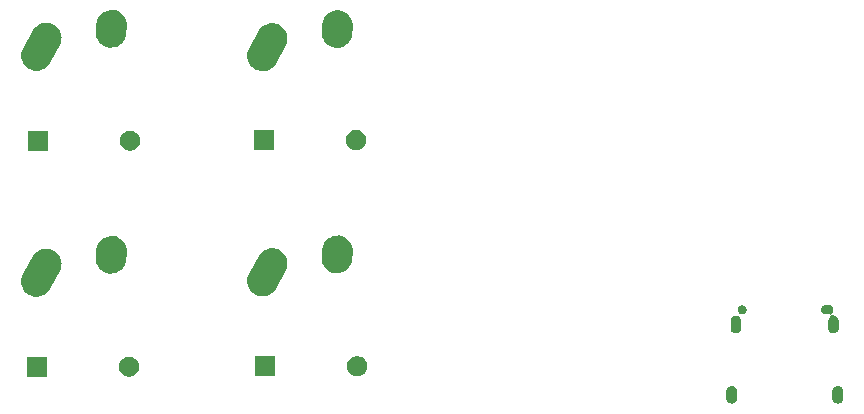
<source format=gbs>
G04 #@! TF.GenerationSoftware,KiCad,Pcbnew,5.1.4*
G04 #@! TF.CreationDate,2019-08-23T15:49:18-05:00*
G04 #@! TF.ProjectId,first_keyboard,66697273-745f-46b6-9579-626f6172642e,rev?*
G04 #@! TF.SameCoordinates,Original*
G04 #@! TF.FileFunction,Soldermask,Bot*
G04 #@! TF.FilePolarity,Negative*
%FSLAX46Y46*%
G04 Gerber Fmt 4.6, Leading zero omitted, Abs format (unit mm)*
G04 Created by KiCad (PCBNEW 5.1.4) date 2019-08-23 15:49:18*
%MOMM*%
%LPD*%
G04 APERTURE LIST*
%ADD10C,0.100000*%
G04 APERTURE END LIST*
D10*
G36*
X153004659Y-114595525D02*
G01*
X153089675Y-114621314D01*
X153168024Y-114663193D01*
X153236699Y-114719552D01*
X153293057Y-114788225D01*
X153334936Y-114866574D01*
X153360725Y-114951590D01*
X153367250Y-115017842D01*
X153367250Y-115662158D01*
X153360725Y-115728410D01*
X153334936Y-115813426D01*
X153293057Y-115891775D01*
X153236699Y-115960449D01*
X153168025Y-116016807D01*
X153089676Y-116058686D01*
X153004660Y-116084475D01*
X152916250Y-116093182D01*
X152827841Y-116084475D01*
X152742825Y-116058686D01*
X152664476Y-116016807D01*
X152595802Y-115960449D01*
X152539445Y-115891776D01*
X152497563Y-115813423D01*
X152471775Y-115728410D01*
X152465250Y-115662158D01*
X152465250Y-115017843D01*
X152471775Y-114951591D01*
X152497564Y-114866575D01*
X152539443Y-114788226D01*
X152595802Y-114719551D01*
X152664475Y-114663193D01*
X152742824Y-114621314D01*
X152827840Y-114595525D01*
X152916250Y-114586818D01*
X153004659Y-114595525D01*
X153004659Y-114595525D01*
G37*
G36*
X161984659Y-114595525D02*
G01*
X162069675Y-114621314D01*
X162148024Y-114663193D01*
X162216699Y-114719552D01*
X162273057Y-114788225D01*
X162314936Y-114866574D01*
X162340725Y-114951590D01*
X162347250Y-115017842D01*
X162347250Y-115662158D01*
X162340725Y-115728410D01*
X162314936Y-115813426D01*
X162273057Y-115891775D01*
X162216699Y-115960449D01*
X162148025Y-116016807D01*
X162069676Y-116058686D01*
X161984660Y-116084475D01*
X161896250Y-116093182D01*
X161807841Y-116084475D01*
X161722825Y-116058686D01*
X161644476Y-116016807D01*
X161575802Y-115960449D01*
X161519445Y-115891776D01*
X161477563Y-115813423D01*
X161451775Y-115728410D01*
X161445250Y-115662158D01*
X161445250Y-115017843D01*
X161451775Y-114951591D01*
X161477564Y-114866575D01*
X161519443Y-114788226D01*
X161575802Y-114719551D01*
X161644475Y-114663193D01*
X161722824Y-114621314D01*
X161807840Y-114595525D01*
X161896250Y-114586818D01*
X161984659Y-114595525D01*
X161984659Y-114595525D01*
G37*
G36*
X94938500Y-113819750D02*
G01*
X93236500Y-113819750D01*
X93236500Y-112117750D01*
X94938500Y-112117750D01*
X94938500Y-113819750D01*
X94938500Y-113819750D01*
G37*
G36*
X102135728Y-112150453D02*
G01*
X102290600Y-112214603D01*
X102429981Y-112307735D01*
X102548515Y-112426269D01*
X102641647Y-112565650D01*
X102705797Y-112720522D01*
X102738500Y-112884934D01*
X102738500Y-113052566D01*
X102705797Y-113216978D01*
X102641647Y-113371850D01*
X102548515Y-113511231D01*
X102429981Y-113629765D01*
X102290600Y-113722897D01*
X102135728Y-113787047D01*
X101971316Y-113819750D01*
X101803684Y-113819750D01*
X101639272Y-113787047D01*
X101484400Y-113722897D01*
X101345019Y-113629765D01*
X101226485Y-113511231D01*
X101133353Y-113371850D01*
X101069203Y-113216978D01*
X101036500Y-113052566D01*
X101036500Y-112884934D01*
X101069203Y-112720522D01*
X101133353Y-112565650D01*
X101226485Y-112426269D01*
X101345019Y-112307735D01*
X101484400Y-112214603D01*
X101639272Y-112150453D01*
X101803684Y-112117750D01*
X101971316Y-112117750D01*
X102135728Y-112150453D01*
X102135728Y-112150453D01*
G37*
G36*
X114257250Y-113788500D02*
G01*
X112555250Y-113788500D01*
X112555250Y-112086500D01*
X114257250Y-112086500D01*
X114257250Y-113788500D01*
X114257250Y-113788500D01*
G37*
G36*
X121454478Y-112119203D02*
G01*
X121609350Y-112183353D01*
X121748731Y-112276485D01*
X121867265Y-112395019D01*
X121960397Y-112534400D01*
X122024547Y-112689272D01*
X122057250Y-112853684D01*
X122057250Y-113021316D01*
X122024547Y-113185728D01*
X121960397Y-113340600D01*
X121867265Y-113479981D01*
X121748731Y-113598515D01*
X121609350Y-113691647D01*
X121454478Y-113755797D01*
X121290066Y-113788500D01*
X121122434Y-113788500D01*
X120958022Y-113755797D01*
X120803150Y-113691647D01*
X120663769Y-113598515D01*
X120545235Y-113479981D01*
X120452103Y-113340600D01*
X120387953Y-113185728D01*
X120355250Y-113021316D01*
X120355250Y-112853684D01*
X120387953Y-112689272D01*
X120452103Y-112534400D01*
X120545235Y-112395019D01*
X120663769Y-112276485D01*
X120803150Y-112183353D01*
X120958022Y-112119203D01*
X121122434Y-112086500D01*
X121290066Y-112086500D01*
X121454478Y-112119203D01*
X121454478Y-112119203D01*
G37*
G36*
X161229960Y-107769440D02*
G01*
X161300835Y-107790940D01*
X161366154Y-107825854D01*
X161423409Y-107872841D01*
X161470396Y-107930096D01*
X161505310Y-107995415D01*
X161526810Y-108066290D01*
X161534069Y-108140000D01*
X161526810Y-108213710D01*
X161505310Y-108284585D01*
X161470396Y-108349904D01*
X161423409Y-108407158D01*
X161408547Y-108419355D01*
X161391220Y-108436682D01*
X161377606Y-108457056D01*
X161368229Y-108479695D01*
X161363448Y-108503728D01*
X161363448Y-108528232D01*
X161368228Y-108552265D01*
X161377605Y-108574904D01*
X161391219Y-108595279D01*
X161408546Y-108612606D01*
X161428920Y-108626220D01*
X161451559Y-108635597D01*
X161475592Y-108640378D01*
X161500096Y-108640378D01*
X161536249Y-108636818D01*
X161536250Y-108636818D01*
X161544957Y-108637676D01*
X161624659Y-108645525D01*
X161709675Y-108671314D01*
X161788024Y-108713193D01*
X161856699Y-108769552D01*
X161913057Y-108838225D01*
X161954936Y-108916574D01*
X161980725Y-109001590D01*
X161987250Y-109067842D01*
X161987250Y-109712158D01*
X161980725Y-109778410D01*
X161954936Y-109863426D01*
X161913057Y-109941775D01*
X161856699Y-110010449D01*
X161788025Y-110066807D01*
X161709676Y-110108686D01*
X161624660Y-110134475D01*
X161536250Y-110143182D01*
X161447841Y-110134475D01*
X161362825Y-110108686D01*
X161284476Y-110066807D01*
X161215802Y-110010449D01*
X161159445Y-109941776D01*
X161117563Y-109863423D01*
X161091775Y-109778410D01*
X161085250Y-109712158D01*
X161085250Y-109067843D01*
X161091775Y-109001591D01*
X161117564Y-108916575D01*
X161159443Y-108838226D01*
X161215802Y-108769551D01*
X161254704Y-108737625D01*
X161272031Y-108720298D01*
X161285645Y-108699923D01*
X161295022Y-108677285D01*
X161299803Y-108653251D01*
X161299803Y-108628747D01*
X161295023Y-108604714D01*
X161285645Y-108582075D01*
X161272032Y-108561701D01*
X161254705Y-108544374D01*
X161234330Y-108530760D01*
X161211692Y-108521383D01*
X161187658Y-108516602D01*
X161175406Y-108516000D01*
X160837778Y-108516000D01*
X160782540Y-108510560D01*
X160711665Y-108489060D01*
X160646346Y-108454146D01*
X160589091Y-108407159D01*
X160542104Y-108349904D01*
X160507190Y-108284585D01*
X160485690Y-108213710D01*
X160478431Y-108140000D01*
X160485690Y-108066290D01*
X160507190Y-107995415D01*
X160542104Y-107930096D01*
X160589091Y-107872841D01*
X160646346Y-107825854D01*
X160711665Y-107790940D01*
X160782540Y-107769440D01*
X160837778Y-107764000D01*
X161174722Y-107764000D01*
X161229960Y-107769440D01*
X161229960Y-107769440D01*
G37*
G36*
X153364659Y-108645525D02*
G01*
X153449675Y-108671314D01*
X153528024Y-108713193D01*
X153596699Y-108769552D01*
X153653057Y-108838225D01*
X153694936Y-108916574D01*
X153720725Y-109001590D01*
X153727250Y-109067842D01*
X153727250Y-109712158D01*
X153720725Y-109778410D01*
X153694936Y-109863426D01*
X153653057Y-109941775D01*
X153596699Y-110010449D01*
X153528025Y-110066807D01*
X153449676Y-110108686D01*
X153364660Y-110134475D01*
X153276250Y-110143182D01*
X153187841Y-110134475D01*
X153102825Y-110108686D01*
X153024476Y-110066807D01*
X152955802Y-110010449D01*
X152899445Y-109941776D01*
X152857563Y-109863423D01*
X152831775Y-109778410D01*
X152825250Y-109712158D01*
X152825250Y-109067843D01*
X152831775Y-109001591D01*
X152857564Y-108916575D01*
X152899443Y-108838226D01*
X152955802Y-108769551D01*
X153024475Y-108713193D01*
X153102824Y-108671314D01*
X153187840Y-108645525D01*
X153276250Y-108636818D01*
X153364659Y-108645525D01*
X153364659Y-108645525D01*
G37*
G36*
X153915922Y-107778449D02*
G01*
X153915924Y-107778450D01*
X153915925Y-107778450D01*
X153984353Y-107806793D01*
X154045936Y-107847942D01*
X154098308Y-107900314D01*
X154139457Y-107961897D01*
X154153340Y-107995415D01*
X154167801Y-108030328D01*
X154182250Y-108102966D01*
X154182250Y-108177034D01*
X154174955Y-108213709D01*
X154167800Y-108249675D01*
X154139457Y-108318103D01*
X154098308Y-108379686D01*
X154045936Y-108432058D01*
X153984353Y-108473207D01*
X153915925Y-108501550D01*
X153915924Y-108501550D01*
X153915922Y-108501551D01*
X153843284Y-108516000D01*
X153769216Y-108516000D01*
X153696578Y-108501551D01*
X153696576Y-108501550D01*
X153696575Y-108501550D01*
X153628147Y-108473207D01*
X153566564Y-108432058D01*
X153514192Y-108379686D01*
X153473043Y-108318103D01*
X153444700Y-108249675D01*
X153437546Y-108213709D01*
X153430250Y-108177034D01*
X153430250Y-108102966D01*
X153444699Y-108030328D01*
X153459160Y-107995415D01*
X153473043Y-107961897D01*
X153514192Y-107900314D01*
X153566564Y-107847942D01*
X153628147Y-107806793D01*
X153696575Y-107778450D01*
X153696576Y-107778450D01*
X153696578Y-107778449D01*
X153769216Y-107764000D01*
X153843284Y-107764000D01*
X153915922Y-107778449D01*
X153915922Y-107778449D01*
G37*
G36*
X95024575Y-102982536D02*
G01*
X95275086Y-103036583D01*
X95408357Y-103094324D01*
X95510239Y-103138465D01*
X95592531Y-103195394D01*
X95720996Y-103284264D01*
X95720998Y-103284266D01*
X95899262Y-103468380D01*
X96038180Y-103683733D01*
X96132419Y-103922054D01*
X96163194Y-104090983D01*
X96178351Y-104174178D01*
X96174213Y-104430419D01*
X96120166Y-104680930D01*
X96043813Y-104857161D01*
X95170846Y-106428799D01*
X95061579Y-106586747D01*
X95061577Y-106586749D01*
X94877463Y-106765013D01*
X94692953Y-106884035D01*
X94662108Y-106903932D01*
X94639546Y-106912853D01*
X94423789Y-106998170D01*
X94244840Y-107030770D01*
X94171665Y-107044102D01*
X93915425Y-107039964D01*
X93664914Y-106985917D01*
X93531643Y-106928176D01*
X93429761Y-106884035D01*
X93318312Y-106806936D01*
X93219004Y-106738236D01*
X93188745Y-106706984D01*
X93040738Y-106554120D01*
X92901820Y-106338767D01*
X92807581Y-106100446D01*
X92774981Y-105921497D01*
X92761649Y-105848322D01*
X92765787Y-105592082D01*
X92819834Y-105341571D01*
X92896187Y-105165340D01*
X93769154Y-103593701D01*
X93878421Y-103435753D01*
X93878423Y-103435751D01*
X94062537Y-103257487D01*
X94277889Y-103118568D01*
X94516210Y-103024330D01*
X94695159Y-102991730D01*
X94768334Y-102978398D01*
X95024575Y-102982536D01*
X95024575Y-102982536D01*
G37*
G36*
X114155825Y-102951286D02*
G01*
X114406336Y-103005333D01*
X114508688Y-103049678D01*
X114641489Y-103107215D01*
X114752938Y-103184314D01*
X114852246Y-103253014D01*
X114852248Y-103253016D01*
X115030512Y-103437130D01*
X115169430Y-103652483D01*
X115263669Y-103890804D01*
X115296269Y-104069753D01*
X115309601Y-104142928D01*
X115305463Y-104399169D01*
X115251416Y-104649680D01*
X115175063Y-104825911D01*
X114302096Y-106397549D01*
X114192829Y-106555497D01*
X114192827Y-106555499D01*
X114008713Y-106733763D01*
X113824203Y-106852785D01*
X113793358Y-106872682D01*
X113770796Y-106881603D01*
X113555039Y-106966920D01*
X113383513Y-106998168D01*
X113302915Y-107012852D01*
X113046675Y-107008714D01*
X112796164Y-106954667D01*
X112662893Y-106896926D01*
X112561011Y-106852785D01*
X112434133Y-106765012D01*
X112350254Y-106706986D01*
X112350252Y-106706984D01*
X112171988Y-106522870D01*
X112033070Y-106307517D01*
X111938831Y-106069196D01*
X111898593Y-105848323D01*
X111892899Y-105817072D01*
X111897037Y-105560832D01*
X111951084Y-105310321D01*
X112027437Y-105134090D01*
X112900404Y-103562451D01*
X113009671Y-103404503D01*
X113133856Y-103284264D01*
X113193787Y-103226237D01*
X113409139Y-103087318D01*
X113647460Y-102993080D01*
X113826409Y-102960480D01*
X113899584Y-102947148D01*
X114155825Y-102951286D01*
X114155825Y-102951286D01*
G37*
G36*
X100756379Y-101940063D02*
G01*
X100995991Y-102030963D01*
X101163303Y-102135613D01*
X101213265Y-102166863D01*
X101399852Y-102342538D01*
X101511209Y-102498800D01*
X101548580Y-102551240D01*
X101653735Y-102784947D01*
X101653736Y-102784951D01*
X101711276Y-103034678D01*
X101717058Y-103226644D01*
X101704933Y-103404501D01*
X101668916Y-103932821D01*
X101637135Y-104122233D01*
X101546235Y-104361845D01*
X101502817Y-104431260D01*
X101410335Y-104579119D01*
X101234660Y-104765706D01*
X101078398Y-104877063D01*
X101025958Y-104914434D01*
X100792251Y-105019589D01*
X100792247Y-105019590D01*
X100542521Y-105077130D01*
X100286366Y-105084844D01*
X100286362Y-105084844D01*
X100033621Y-105042437D01*
X99794009Y-104951537D01*
X99576735Y-104815637D01*
X99523703Y-104765706D01*
X99390148Y-104639962D01*
X99278791Y-104483700D01*
X99241420Y-104431260D01*
X99136265Y-104197553D01*
X99123679Y-104142928D01*
X99078724Y-103947822D01*
X99072942Y-103755858D01*
X99121084Y-103049678D01*
X99133044Y-102978398D01*
X99152865Y-102860267D01*
X99243765Y-102620655D01*
X99379665Y-102403381D01*
X99555340Y-102216794D01*
X99711602Y-102105437D01*
X99764042Y-102068066D01*
X99997749Y-101962911D01*
X99997753Y-101962910D01*
X100247479Y-101905370D01*
X100503634Y-101897656D01*
X100503638Y-101897656D01*
X100756379Y-101940063D01*
X100756379Y-101940063D01*
G37*
G36*
X119887629Y-101908813D02*
G01*
X120127241Y-101999713D01*
X120344515Y-102135613D01*
X120531102Y-102311288D01*
X120596730Y-102403381D01*
X120679830Y-102519990D01*
X120784985Y-102753697D01*
X120784986Y-102753701D01*
X120842526Y-103003428D01*
X120848308Y-103195394D01*
X120842249Y-103284264D01*
X120800166Y-103901571D01*
X120768385Y-104090983D01*
X120677485Y-104330595D01*
X120634067Y-104400010D01*
X120541585Y-104547869D01*
X120365910Y-104734456D01*
X120209648Y-104845813D01*
X120157208Y-104883184D01*
X119923501Y-104988339D01*
X119923497Y-104988340D01*
X119673771Y-105045880D01*
X119417616Y-105053594D01*
X119417612Y-105053594D01*
X119164871Y-105011187D01*
X118925259Y-104920287D01*
X118707985Y-104784387D01*
X118654953Y-104734456D01*
X118521398Y-104608712D01*
X118410041Y-104452450D01*
X118372670Y-104400010D01*
X118267515Y-104166303D01*
X118250160Y-104090983D01*
X118209974Y-103916572D01*
X118204192Y-103724608D01*
X118252334Y-103018428D01*
X118278872Y-102860267D01*
X118284115Y-102829017D01*
X118375015Y-102589405D01*
X118510915Y-102372131D01*
X118686590Y-102185544D01*
X118851441Y-102068066D01*
X118895292Y-102036816D01*
X119128999Y-101931661D01*
X119129003Y-101931660D01*
X119378729Y-101874120D01*
X119634884Y-101866406D01*
X119634888Y-101866406D01*
X119887629Y-101908813D01*
X119887629Y-101908813D01*
G37*
G36*
X95032250Y-94688500D02*
G01*
X93330250Y-94688500D01*
X93330250Y-92986500D01*
X95032250Y-92986500D01*
X95032250Y-94688500D01*
X95032250Y-94688500D01*
G37*
G36*
X102229478Y-93019203D02*
G01*
X102384350Y-93083353D01*
X102523731Y-93176485D01*
X102642265Y-93295019D01*
X102735397Y-93434400D01*
X102799547Y-93589272D01*
X102832250Y-93753684D01*
X102832250Y-93921316D01*
X102799547Y-94085728D01*
X102735397Y-94240600D01*
X102642265Y-94379981D01*
X102523731Y-94498515D01*
X102384350Y-94591647D01*
X102229478Y-94655797D01*
X102065066Y-94688500D01*
X101897434Y-94688500D01*
X101733022Y-94655797D01*
X101578150Y-94591647D01*
X101438769Y-94498515D01*
X101320235Y-94379981D01*
X101227103Y-94240600D01*
X101162953Y-94085728D01*
X101130250Y-93921316D01*
X101130250Y-93753684D01*
X101162953Y-93589272D01*
X101227103Y-93434400D01*
X101320235Y-93295019D01*
X101438769Y-93176485D01*
X101578150Y-93083353D01*
X101733022Y-93019203D01*
X101897434Y-92986500D01*
X102065066Y-92986500D01*
X102229478Y-93019203D01*
X102229478Y-93019203D01*
G37*
G36*
X114163500Y-94626000D02*
G01*
X112461500Y-94626000D01*
X112461500Y-92924000D01*
X114163500Y-92924000D01*
X114163500Y-94626000D01*
X114163500Y-94626000D01*
G37*
G36*
X121360728Y-92956703D02*
G01*
X121515600Y-93020853D01*
X121654981Y-93113985D01*
X121773515Y-93232519D01*
X121866647Y-93371900D01*
X121930797Y-93526772D01*
X121963500Y-93691184D01*
X121963500Y-93858816D01*
X121930797Y-94023228D01*
X121866647Y-94178100D01*
X121773515Y-94317481D01*
X121654981Y-94436015D01*
X121515600Y-94529147D01*
X121360728Y-94593297D01*
X121196316Y-94626000D01*
X121028684Y-94626000D01*
X120864272Y-94593297D01*
X120709400Y-94529147D01*
X120570019Y-94436015D01*
X120451485Y-94317481D01*
X120358353Y-94178100D01*
X120294203Y-94023228D01*
X120261500Y-93858816D01*
X120261500Y-93691184D01*
X120294203Y-93526772D01*
X120358353Y-93371900D01*
X120451485Y-93232519D01*
X120570019Y-93113985D01*
X120709400Y-93020853D01*
X120864272Y-92956703D01*
X121028684Y-92924000D01*
X121196316Y-92924000D01*
X121360728Y-92956703D01*
X121360728Y-92956703D01*
G37*
G36*
X114155825Y-83882536D02*
G01*
X114406336Y-83936583D01*
X114539607Y-83994324D01*
X114641489Y-84038465D01*
X114723781Y-84095394D01*
X114852246Y-84184264D01*
X114852248Y-84184266D01*
X115030512Y-84368380D01*
X115169430Y-84583733D01*
X115263669Y-84822054D01*
X115294444Y-84990983D01*
X115309601Y-85074178D01*
X115305463Y-85330419D01*
X115251416Y-85580930D01*
X115175063Y-85757161D01*
X114302096Y-87328799D01*
X114192829Y-87486747D01*
X114192827Y-87486749D01*
X114008713Y-87665013D01*
X113824203Y-87784035D01*
X113793358Y-87803932D01*
X113770796Y-87812853D01*
X113555039Y-87898170D01*
X113376090Y-87930770D01*
X113302915Y-87944102D01*
X113046675Y-87939964D01*
X112796164Y-87885917D01*
X112662893Y-87828176D01*
X112561011Y-87784035D01*
X112449562Y-87706936D01*
X112350254Y-87638236D01*
X112319995Y-87606984D01*
X112171988Y-87454120D01*
X112033070Y-87238767D01*
X111938831Y-87000446D01*
X111906231Y-86821497D01*
X111892899Y-86748322D01*
X111897037Y-86492082D01*
X111951084Y-86241571D01*
X112027437Y-86065340D01*
X112900404Y-84493701D01*
X113009671Y-84335753D01*
X113009673Y-84335751D01*
X113193787Y-84157487D01*
X113409139Y-84018568D01*
X113647460Y-83924330D01*
X113826409Y-83891730D01*
X113899584Y-83878398D01*
X114155825Y-83882536D01*
X114155825Y-83882536D01*
G37*
G36*
X95024575Y-83851286D02*
G01*
X95275086Y-83905333D01*
X95377438Y-83949678D01*
X95510239Y-84007215D01*
X95621688Y-84084314D01*
X95720996Y-84153014D01*
X95720998Y-84153016D01*
X95899262Y-84337130D01*
X96038180Y-84552483D01*
X96132419Y-84790804D01*
X96165019Y-84969753D01*
X96178351Y-85042928D01*
X96174213Y-85299169D01*
X96120166Y-85549680D01*
X96043813Y-85725911D01*
X95170846Y-87297549D01*
X95061579Y-87455497D01*
X95061577Y-87455499D01*
X94877463Y-87633763D01*
X94692953Y-87752785D01*
X94662108Y-87772682D01*
X94639546Y-87781603D01*
X94423789Y-87866920D01*
X94252263Y-87898168D01*
X94171665Y-87912852D01*
X93915425Y-87908714D01*
X93664914Y-87854667D01*
X93531643Y-87796926D01*
X93429761Y-87752785D01*
X93302883Y-87665012D01*
X93219004Y-87606986D01*
X93219002Y-87606984D01*
X93040738Y-87422870D01*
X92901820Y-87207517D01*
X92807581Y-86969196D01*
X92767343Y-86748323D01*
X92761649Y-86717072D01*
X92765787Y-86460832D01*
X92819834Y-86210321D01*
X92896187Y-86034090D01*
X93769154Y-84462451D01*
X93878421Y-84304503D01*
X94002606Y-84184264D01*
X94062537Y-84126237D01*
X94277889Y-83987318D01*
X94516210Y-83893080D01*
X94695159Y-83860480D01*
X94768334Y-83847148D01*
X95024575Y-83851286D01*
X95024575Y-83851286D01*
G37*
G36*
X119887629Y-82840063D02*
G01*
X120127241Y-82930963D01*
X120294553Y-83035613D01*
X120344515Y-83066863D01*
X120531102Y-83242538D01*
X120642459Y-83398800D01*
X120679830Y-83451240D01*
X120784985Y-83684947D01*
X120784986Y-83684951D01*
X120842526Y-83934678D01*
X120848308Y-84126644D01*
X120836183Y-84304501D01*
X120800166Y-84832821D01*
X120768385Y-85022233D01*
X120677485Y-85261845D01*
X120634067Y-85331260D01*
X120541585Y-85479119D01*
X120365910Y-85665706D01*
X120209648Y-85777063D01*
X120157208Y-85814434D01*
X119923501Y-85919589D01*
X119923497Y-85919590D01*
X119673771Y-85977130D01*
X119417616Y-85984844D01*
X119417612Y-85984844D01*
X119164871Y-85942437D01*
X118925259Y-85851537D01*
X118707985Y-85715637D01*
X118654953Y-85665706D01*
X118521398Y-85539962D01*
X118410041Y-85383700D01*
X118372670Y-85331260D01*
X118267515Y-85097553D01*
X118254929Y-85042928D01*
X118209974Y-84847822D01*
X118204192Y-84655858D01*
X118252334Y-83949678D01*
X118264294Y-83878398D01*
X118284115Y-83760267D01*
X118375015Y-83520655D01*
X118510915Y-83303381D01*
X118686590Y-83116794D01*
X118842852Y-83005437D01*
X118895292Y-82968066D01*
X119128999Y-82862911D01*
X119129003Y-82862910D01*
X119378729Y-82805370D01*
X119634884Y-82797656D01*
X119634888Y-82797656D01*
X119887629Y-82840063D01*
X119887629Y-82840063D01*
G37*
G36*
X100756379Y-82808813D02*
G01*
X100995991Y-82899713D01*
X101213265Y-83035613D01*
X101399852Y-83211288D01*
X101465480Y-83303381D01*
X101548580Y-83419990D01*
X101653735Y-83653697D01*
X101653736Y-83653701D01*
X101711276Y-83903428D01*
X101717058Y-84095394D01*
X101710999Y-84184264D01*
X101668916Y-84801571D01*
X101637135Y-84990983D01*
X101546235Y-85230595D01*
X101502817Y-85300010D01*
X101410335Y-85447869D01*
X101234660Y-85634456D01*
X101078398Y-85745813D01*
X101025958Y-85783184D01*
X100792251Y-85888339D01*
X100792247Y-85888340D01*
X100542521Y-85945880D01*
X100286366Y-85953594D01*
X100286362Y-85953594D01*
X100033621Y-85911187D01*
X99794009Y-85820287D01*
X99576735Y-85684387D01*
X99523703Y-85634456D01*
X99390148Y-85508712D01*
X99278791Y-85352450D01*
X99241420Y-85300010D01*
X99136265Y-85066303D01*
X99118910Y-84990983D01*
X99078724Y-84816572D01*
X99072942Y-84624608D01*
X99121084Y-83918428D01*
X99147622Y-83760267D01*
X99152865Y-83729017D01*
X99243765Y-83489405D01*
X99379665Y-83272131D01*
X99555340Y-83085544D01*
X99720191Y-82968066D01*
X99764042Y-82936816D01*
X99997749Y-82831661D01*
X99997753Y-82831660D01*
X100247479Y-82774120D01*
X100503634Y-82766406D01*
X100503638Y-82766406D01*
X100756379Y-82808813D01*
X100756379Y-82808813D01*
G37*
M02*

</source>
